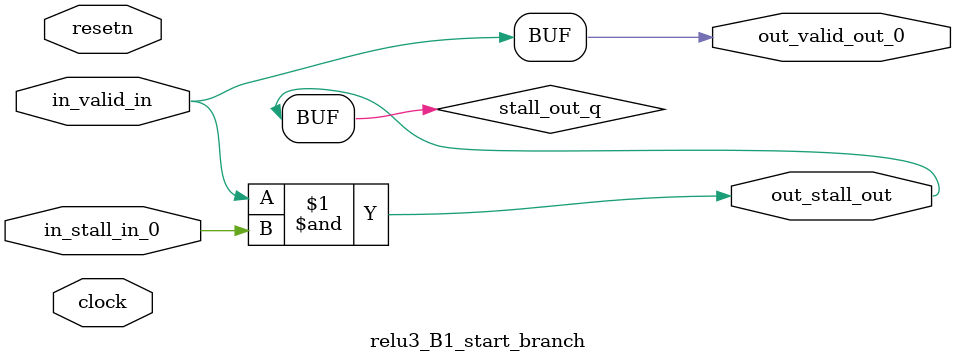
<source format=sv>



(* altera_attribute = "-name AUTO_SHIFT_REGISTER_RECOGNITION OFF; -name MESSAGE_DISABLE 10036; -name MESSAGE_DISABLE 10037; -name MESSAGE_DISABLE 14130; -name MESSAGE_DISABLE 14320; -name MESSAGE_DISABLE 15400; -name MESSAGE_DISABLE 14130; -name MESSAGE_DISABLE 10036; -name MESSAGE_DISABLE 12020; -name MESSAGE_DISABLE 12030; -name MESSAGE_DISABLE 12010; -name MESSAGE_DISABLE 12110; -name MESSAGE_DISABLE 14320; -name MESSAGE_DISABLE 13410; -name MESSAGE_DISABLE 113007; -name MESSAGE_DISABLE 10958" *)
module relu3_B1_start_branch (
    input wire [0:0] in_stall_in_0,
    input wire [0:0] in_valid_in,
    output wire [0:0] out_stall_out,
    output wire [0:0] out_valid_out_0,
    input wire clock,
    input wire resetn
    );

    wire [0:0] stall_out_q;


    // stall_out(LOGICAL,6)
    assign stall_out_q = in_valid_in & in_stall_in_0;

    // out_stall_out(GPOUT,4)
    assign out_stall_out = stall_out_q;

    // out_valid_out_0(GPOUT,5)
    assign out_valid_out_0 = in_valid_in;

endmodule

</source>
